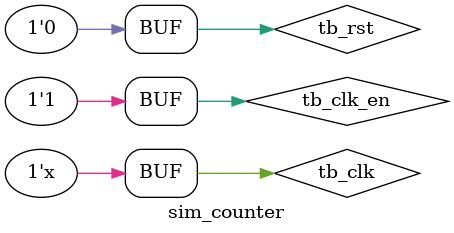
<source format=v>
`timescale 1ns / 1ps


module sim_counter();
    parameter WIDTH = 4;
    parameter MAX = 12;
    parameter CLK_PERIOD = 5;
    
    reg tb_clk;
    reg tb_clk_en;
    reg tb_rst;
    wire [WIDTH - 1: 0] out;
    
    Counter #(WIDTH, 0, 3, MAX) UUT  
    (
        .clk(tb_clk),
        .clk_en(tb_clk_en),
        .rst(tb_rst),
        .count(out)    
    );
    
    
    initial begin
        tb_clk <= 0;
        tb_clk_en <= 0;
        tb_rst <= 0;
        
        #(CLK_PERIOD*5 - 1) tb_clk_en <= 1;
        #(CLK_PERIOD*10 - 1) tb_rst <= 1;
        #(CLK_PERIOD*15 - 1) tb_rst <= 0;
    end
    
    always #(CLK_PERIOD) tb_clk = !tb_clk;

endmodule

</source>
